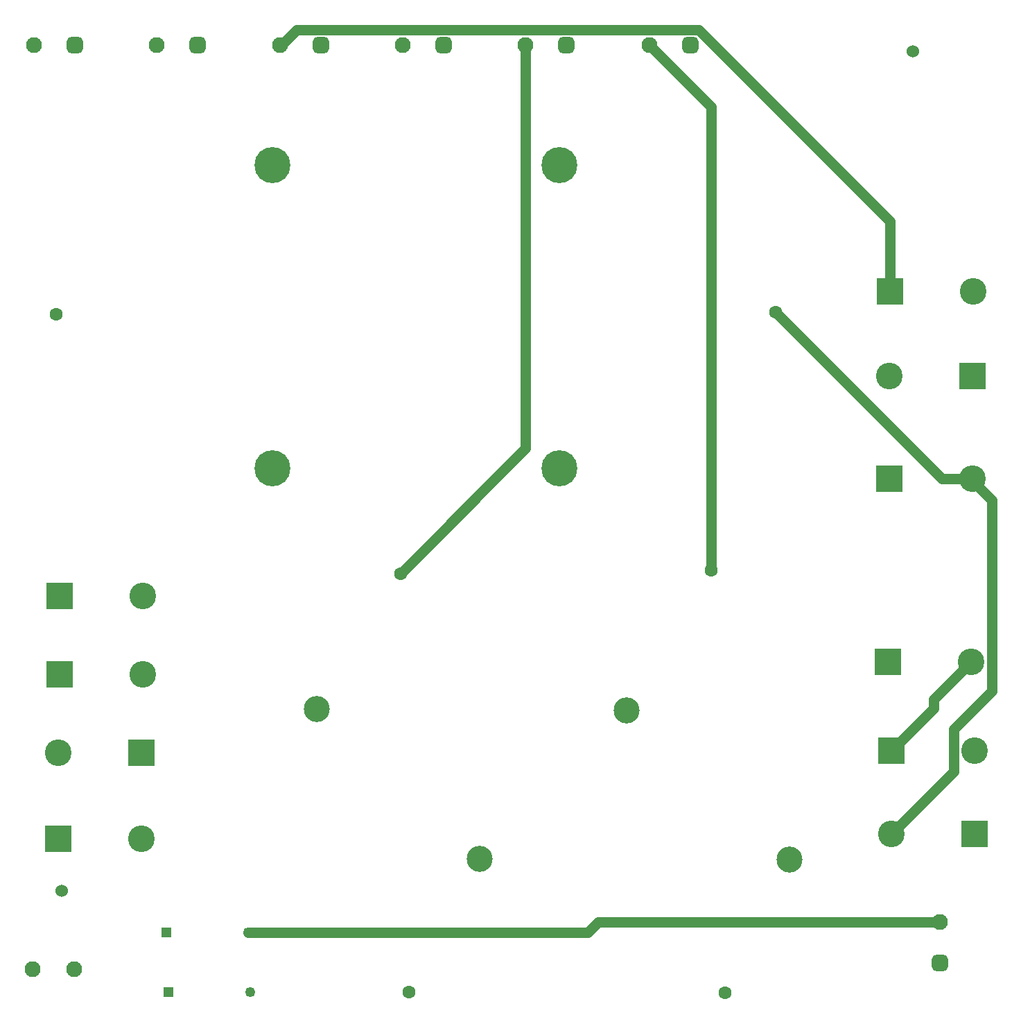
<source format=gbr>
%TF.GenerationSoftware,Altium Limited,Altium Designer,24.10.1 (45)*%
G04 Layer_Physical_Order=2*
G04 Layer_Color=16711680*
%FSLAX45Y45*%
%MOMM*%
%TF.SameCoordinates,FE7F3FAC-07A9-46B7-8817-9A63D08EFC34*%
%TF.FilePolarity,Positive*%
%TF.FileFunction,Copper,L2,Bot,Signal*%
%TF.Part,Single*%
G01*
G75*
%TA.AperFunction,Conductor*%
%ADD10C,1.27000*%
%TA.AperFunction,ViaPad*%
%ADD12C,1.52400*%
%TA.AperFunction,ComponentPad*%
G04:AMPARAMS|DCode=13|XSize=1.95mm|YSize=1.95mm|CornerRadius=0.4875mm|HoleSize=0mm|Usage=FLASHONLY|Rotation=180.000|XOffset=0mm|YOffset=0mm|HoleType=Round|Shape=RoundedRectangle|*
%AMROUNDEDRECTD13*
21,1,1.95000,0.97500,0,0,180.0*
21,1,0.97500,1.95000,0,0,180.0*
1,1,0.97500,-0.48750,0.48750*
1,1,0.97500,0.48750,0.48750*
1,1,0.97500,0.48750,-0.48750*
1,1,0.97500,-0.48750,-0.48750*
%
%ADD13ROUNDEDRECTD13*%
%ADD14C,1.95000*%
%ADD15C,1.60000*%
%ADD16C,3.25000*%
%ADD17R,3.25000X3.25000*%
%ADD18C,3.18000*%
%ADD19C,4.40000*%
%ADD20C,1.25000*%
%ADD21R,1.25000X1.25000*%
G04:AMPARAMS|DCode=22|XSize=1.95mm|YSize=1.95mm|CornerRadius=0.4875mm|HoleSize=0mm|Usage=FLASHONLY|Rotation=90.000|XOffset=0mm|YOffset=0mm|HoleType=Round|Shape=RoundedRectangle|*
%AMROUNDEDRECTD22*
21,1,1.95000,0.97500,0,0,90.0*
21,1,0.97500,1.95000,0,0,90.0*
1,1,0.97500,0.48750,0.48750*
1,1,0.97500,0.48750,-0.48750*
1,1,0.97500,-0.48750,-0.48750*
1,1,0.97500,-0.48750,0.48750*
%
%ADD22ROUNDEDRECTD22*%
D10*
X7435350Y1206500D02*
X7562350Y1333500D01*
X3281300Y1206500D02*
X7435350D01*
X7562350Y1333500D02*
X11734800D01*
X12128500Y6721883D02*
X12367200Y6483183D01*
X12128500Y6721883D02*
Y6743700D01*
X12367200Y4156306D02*
Y6483183D01*
X11902500Y3691606D02*
X12367200Y4156306D01*
X11902500Y3177600D02*
Y3691606D01*
X11137900Y2413000D02*
X11902500Y3177600D01*
X11657407Y3948507D02*
Y4054207D01*
X11137900Y3429000D02*
X11657407Y3948507D01*
Y4054207D02*
X12115800Y4512600D01*
X9728200Y8775700D02*
X11760200Y6743700D01*
X12128500D01*
X11125200Y9029700D02*
Y9889366D01*
X8788566Y12226000D02*
X11125200Y9889366D01*
X8940800Y5626100D02*
Y11281601D01*
X5143500Y5588000D02*
X6671500Y7116000D01*
Y12039600D01*
X8182800D02*
X8940800Y11281601D01*
X3692701Y12039600D02*
X3879101Y12226000D01*
X3674300Y12039600D02*
X3692701D01*
X3879101Y12226000D02*
X8788566D01*
D12*
X1003300Y1714500D02*
D03*
X11404600Y11963400D02*
D03*
D13*
X1164400Y12039600D02*
D03*
X7171500D02*
D03*
X8682800D02*
D03*
X2663000D02*
D03*
X4174300D02*
D03*
X5672899D02*
D03*
D14*
X664400D02*
D03*
X1155700Y762000D02*
D03*
X647700D02*
D03*
X6671500Y12039600D02*
D03*
X8182800D02*
D03*
X2163001D02*
D03*
X3674300D02*
D03*
X5172901D02*
D03*
X11734800Y1333500D02*
D03*
D15*
X9728200Y8775700D02*
D03*
X5245100Y482600D02*
D03*
X5143500Y5588000D02*
D03*
X9105900Y469900D02*
D03*
X8940800Y5626100D02*
D03*
X939800Y8750300D02*
D03*
D16*
X1981200Y2353600D02*
D03*
X1993900Y4360200D02*
D03*
Y5312700D02*
D03*
X965200Y3399500D02*
D03*
X11137900Y2413000D02*
D03*
X12153900Y3429000D02*
D03*
X12115800Y4512600D02*
D03*
X12128500Y6743700D02*
D03*
X11112500Y8001000D02*
D03*
X12141200Y9029700D02*
D03*
D17*
X965200Y2353600D02*
D03*
X977900Y4360200D02*
D03*
Y5312700D02*
D03*
X1981200Y3399500D02*
D03*
X12153900Y2413000D02*
D03*
X11137900Y3429000D02*
D03*
X11099800Y4512600D02*
D03*
X11112500Y6743700D02*
D03*
X12128500Y8001000D02*
D03*
X11125200Y9029700D02*
D03*
D18*
X7910700Y3922900D02*
D03*
X9894700Y2096900D02*
D03*
X6110100Y2109600D02*
D03*
X4126100Y3935600D02*
D03*
D19*
X7084000Y6874900D02*
D03*
X3584000D02*
D03*
X7084000Y10574900D02*
D03*
X3584000D02*
D03*
D20*
X3306700Y482600D02*
D03*
X3281300Y1206500D02*
D03*
D21*
X2306700Y482600D02*
D03*
X2281300Y1206500D02*
D03*
D22*
X11734800Y833501D02*
D03*
%TF.MD5,15ca225f3dc7985fe9f29270fbcc7a7b*%
M02*

</source>
